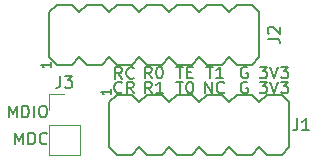
<source format=gto>
G04 #@! TF.GenerationSoftware,KiCad,Pcbnew,7.0.1*
G04 #@! TF.CreationDate,2023-11-13T07:35:08+09:00*
G04 #@! TF.ProjectId,Pmod_Adapter_Ethernet,506d6f64-5f41-4646-9170-7465725f4574,rev?*
G04 #@! TF.SameCoordinates,Original*
G04 #@! TF.FileFunction,Legend,Top*
G04 #@! TF.FilePolarity,Positive*
%FSLAX46Y46*%
G04 Gerber Fmt 4.6, Leading zero omitted, Abs format (unit mm)*
G04 Created by KiCad (PCBNEW 7.0.1) date 2023-11-13 07:35:08*
%MOMM*%
%LPD*%
G01*
G04 APERTURE LIST*
%ADD10C,0.200000*%
%ADD11C,0.150000*%
%ADD12C,0.120000*%
G04 APERTURE END LIST*
D10*
X11461905Y2392380D02*
X12080952Y2392380D01*
X12080952Y2392380D02*
X11747619Y2011428D01*
X11747619Y2011428D02*
X11890476Y2011428D01*
X11890476Y2011428D02*
X11985714Y1963809D01*
X11985714Y1963809D02*
X12033333Y1916190D01*
X12033333Y1916190D02*
X12080952Y1820952D01*
X12080952Y1820952D02*
X12080952Y1582857D01*
X12080952Y1582857D02*
X12033333Y1487619D01*
X12033333Y1487619D02*
X11985714Y1440000D01*
X11985714Y1440000D02*
X11890476Y1392380D01*
X11890476Y1392380D02*
X11604762Y1392380D01*
X11604762Y1392380D02*
X11509524Y1440000D01*
X11509524Y1440000D02*
X11461905Y1487619D01*
X12366667Y2392380D02*
X12700000Y1392380D01*
X12700000Y1392380D02*
X13033333Y2392380D01*
X13271429Y2392380D02*
X13890476Y2392380D01*
X13890476Y2392380D02*
X13557143Y2011428D01*
X13557143Y2011428D02*
X13700000Y2011428D01*
X13700000Y2011428D02*
X13795238Y1963809D01*
X13795238Y1963809D02*
X13842857Y1916190D01*
X13842857Y1916190D02*
X13890476Y1820952D01*
X13890476Y1820952D02*
X13890476Y1582857D01*
X13890476Y1582857D02*
X13842857Y1487619D01*
X13842857Y1487619D02*
X13795238Y1440000D01*
X13795238Y1440000D02*
X13700000Y1392380D01*
X13700000Y1392380D02*
X13414286Y1392380D01*
X13414286Y1392380D02*
X13319048Y1440000D01*
X13319048Y1440000D02*
X13271429Y1487619D01*
X11461905Y3662380D02*
X12080952Y3662380D01*
X12080952Y3662380D02*
X11747619Y3281428D01*
X11747619Y3281428D02*
X11890476Y3281428D01*
X11890476Y3281428D02*
X11985714Y3233809D01*
X11985714Y3233809D02*
X12033333Y3186190D01*
X12033333Y3186190D02*
X12080952Y3090952D01*
X12080952Y3090952D02*
X12080952Y2852857D01*
X12080952Y2852857D02*
X12033333Y2757619D01*
X12033333Y2757619D02*
X11985714Y2710000D01*
X11985714Y2710000D02*
X11890476Y2662380D01*
X11890476Y2662380D02*
X11604762Y2662380D01*
X11604762Y2662380D02*
X11509524Y2710000D01*
X11509524Y2710000D02*
X11461905Y2757619D01*
X12366667Y3662380D02*
X12700000Y2662380D01*
X12700000Y2662380D02*
X13033333Y3662380D01*
X13271429Y3662380D02*
X13890476Y3662380D01*
X13890476Y3662380D02*
X13557143Y3281428D01*
X13557143Y3281428D02*
X13700000Y3281428D01*
X13700000Y3281428D02*
X13795238Y3233809D01*
X13795238Y3233809D02*
X13842857Y3186190D01*
X13842857Y3186190D02*
X13890476Y3090952D01*
X13890476Y3090952D02*
X13890476Y2852857D01*
X13890476Y2852857D02*
X13842857Y2757619D01*
X13842857Y2757619D02*
X13795238Y2710000D01*
X13795238Y2710000D02*
X13700000Y2662380D01*
X13700000Y2662380D02*
X13414286Y2662380D01*
X13414286Y2662380D02*
X13319048Y2710000D01*
X13319048Y2710000D02*
X13271429Y2757619D01*
X10421904Y2344761D02*
X10326666Y2392380D01*
X10326666Y2392380D02*
X10183809Y2392380D01*
X10183809Y2392380D02*
X10040952Y2344761D01*
X10040952Y2344761D02*
X9945714Y2249523D01*
X9945714Y2249523D02*
X9898095Y2154285D01*
X9898095Y2154285D02*
X9850476Y1963809D01*
X9850476Y1963809D02*
X9850476Y1820952D01*
X9850476Y1820952D02*
X9898095Y1630476D01*
X9898095Y1630476D02*
X9945714Y1535238D01*
X9945714Y1535238D02*
X10040952Y1440000D01*
X10040952Y1440000D02*
X10183809Y1392380D01*
X10183809Y1392380D02*
X10279047Y1392380D01*
X10279047Y1392380D02*
X10421904Y1440000D01*
X10421904Y1440000D02*
X10469523Y1487619D01*
X10469523Y1487619D02*
X10469523Y1820952D01*
X10469523Y1820952D02*
X10279047Y1820952D01*
X10421904Y3614761D02*
X10326666Y3662380D01*
X10326666Y3662380D02*
X10183809Y3662380D01*
X10183809Y3662380D02*
X10040952Y3614761D01*
X10040952Y3614761D02*
X9945714Y3519523D01*
X9945714Y3519523D02*
X9898095Y3424285D01*
X9898095Y3424285D02*
X9850476Y3233809D01*
X9850476Y3233809D02*
X9850476Y3090952D01*
X9850476Y3090952D02*
X9898095Y2900476D01*
X9898095Y2900476D02*
X9945714Y2805238D01*
X9945714Y2805238D02*
X10040952Y2710000D01*
X10040952Y2710000D02*
X10183809Y2662380D01*
X10183809Y2662380D02*
X10279047Y2662380D01*
X10279047Y2662380D02*
X10421904Y2710000D01*
X10421904Y2710000D02*
X10469523Y2757619D01*
X10469523Y2757619D02*
X10469523Y3090952D01*
X10469523Y3090952D02*
X10279047Y3090952D01*
X6842095Y1392380D02*
X6842095Y2392380D01*
X6842095Y2392380D02*
X7413523Y1392380D01*
X7413523Y1392380D02*
X7413523Y2392380D01*
X8461142Y1487619D02*
X8413523Y1440000D01*
X8413523Y1440000D02*
X8270666Y1392380D01*
X8270666Y1392380D02*
X8175428Y1392380D01*
X8175428Y1392380D02*
X8032571Y1440000D01*
X8032571Y1440000D02*
X7937333Y1535238D01*
X7937333Y1535238D02*
X7889714Y1630476D01*
X7889714Y1630476D02*
X7842095Y1820952D01*
X7842095Y1820952D02*
X7842095Y1963809D01*
X7842095Y1963809D02*
X7889714Y2154285D01*
X7889714Y2154285D02*
X7937333Y2249523D01*
X7937333Y2249523D02*
X8032571Y2344761D01*
X8032571Y2344761D02*
X8175428Y2392380D01*
X8175428Y2392380D02*
X8270666Y2392380D01*
X8270666Y2392380D02*
X8413523Y2344761D01*
X8413523Y2344761D02*
X8461142Y2297142D01*
X-9254761Y-2925619D02*
X-9254761Y-1925619D01*
X-9254761Y-1925619D02*
X-8921428Y-2639904D01*
X-8921428Y-2639904D02*
X-8588095Y-1925619D01*
X-8588095Y-1925619D02*
X-8588095Y-2925619D01*
X-8111904Y-2925619D02*
X-8111904Y-1925619D01*
X-8111904Y-1925619D02*
X-7873809Y-1925619D01*
X-7873809Y-1925619D02*
X-7730952Y-1973238D01*
X-7730952Y-1973238D02*
X-7635714Y-2068476D01*
X-7635714Y-2068476D02*
X-7588095Y-2163714D01*
X-7588095Y-2163714D02*
X-7540476Y-2354190D01*
X-7540476Y-2354190D02*
X-7540476Y-2497047D01*
X-7540476Y-2497047D02*
X-7588095Y-2687523D01*
X-7588095Y-2687523D02*
X-7635714Y-2782761D01*
X-7635714Y-2782761D02*
X-7730952Y-2878000D01*
X-7730952Y-2878000D02*
X-7873809Y-2925619D01*
X-7873809Y-2925619D02*
X-8111904Y-2925619D01*
X-6540476Y-2830380D02*
X-6588095Y-2878000D01*
X-6588095Y-2878000D02*
X-6730952Y-2925619D01*
X-6730952Y-2925619D02*
X-6826190Y-2925619D01*
X-6826190Y-2925619D02*
X-6969047Y-2878000D01*
X-6969047Y-2878000D02*
X-7064285Y-2782761D01*
X-7064285Y-2782761D02*
X-7111904Y-2687523D01*
X-7111904Y-2687523D02*
X-7159523Y-2497047D01*
X-7159523Y-2497047D02*
X-7159523Y-2354190D01*
X-7159523Y-2354190D02*
X-7111904Y-2163714D01*
X-7111904Y-2163714D02*
X-7064285Y-2068476D01*
X-7064285Y-2068476D02*
X-6969047Y-1973238D01*
X-6969047Y-1973238D02*
X-6826190Y-1925619D01*
X-6826190Y-1925619D02*
X-6730952Y-1925619D01*
X-6730952Y-1925619D02*
X-6588095Y-1973238D01*
X-6588095Y-1973238D02*
X-6540476Y-2020857D01*
X-9778570Y-639619D02*
X-9778570Y360380D01*
X-9778570Y360380D02*
X-9445237Y-353904D01*
X-9445237Y-353904D02*
X-9111904Y360380D01*
X-9111904Y360380D02*
X-9111904Y-639619D01*
X-8635713Y-639619D02*
X-8635713Y360380D01*
X-8635713Y360380D02*
X-8397618Y360380D01*
X-8397618Y360380D02*
X-8254761Y312761D01*
X-8254761Y312761D02*
X-8159523Y217523D01*
X-8159523Y217523D02*
X-8111904Y122285D01*
X-8111904Y122285D02*
X-8064285Y-68190D01*
X-8064285Y-68190D02*
X-8064285Y-211047D01*
X-8064285Y-211047D02*
X-8111904Y-401523D01*
X-8111904Y-401523D02*
X-8159523Y-496761D01*
X-8159523Y-496761D02*
X-8254761Y-592000D01*
X-8254761Y-592000D02*
X-8397618Y-639619D01*
X-8397618Y-639619D02*
X-8635713Y-639619D01*
X-7635713Y-639619D02*
X-7635713Y360380D01*
X-6969047Y360380D02*
X-6778571Y360380D01*
X-6778571Y360380D02*
X-6683333Y312761D01*
X-6683333Y312761D02*
X-6588095Y217523D01*
X-6588095Y217523D02*
X-6540476Y27047D01*
X-6540476Y27047D02*
X-6540476Y-306285D01*
X-6540476Y-306285D02*
X-6588095Y-496761D01*
X-6588095Y-496761D02*
X-6683333Y-592000D01*
X-6683333Y-592000D02*
X-6778571Y-639619D01*
X-6778571Y-639619D02*
X-6969047Y-639619D01*
X-6969047Y-639619D02*
X-7064285Y-592000D01*
X-7064285Y-592000D02*
X-7159523Y-496761D01*
X-7159523Y-496761D02*
X-7207142Y-306285D01*
X-7207142Y-306285D02*
X-7207142Y27047D01*
X-7207142Y27047D02*
X-7159523Y217523D01*
X-7159523Y217523D02*
X-7064285Y312761D01*
X-7064285Y312761D02*
X-6969047Y360380D01*
X6953238Y3662380D02*
X7524666Y3662380D01*
X7238952Y2662380D02*
X7238952Y3662380D01*
X8381809Y2662380D02*
X7810381Y2662380D01*
X8096095Y2662380D02*
X8096095Y3662380D01*
X8096095Y3662380D02*
X8000857Y3519523D01*
X8000857Y3519523D02*
X7905619Y3424285D01*
X7905619Y3424285D02*
X7810381Y3376666D01*
X4413238Y2392380D02*
X4984666Y2392380D01*
X4698952Y1392380D02*
X4698952Y2392380D01*
X5508476Y2392380D02*
X5603714Y2392380D01*
X5603714Y2392380D02*
X5698952Y2344761D01*
X5698952Y2344761D02*
X5746571Y2297142D01*
X5746571Y2297142D02*
X5794190Y2201904D01*
X5794190Y2201904D02*
X5841809Y2011428D01*
X5841809Y2011428D02*
X5841809Y1773333D01*
X5841809Y1773333D02*
X5794190Y1582857D01*
X5794190Y1582857D02*
X5746571Y1487619D01*
X5746571Y1487619D02*
X5698952Y1440000D01*
X5698952Y1440000D02*
X5603714Y1392380D01*
X5603714Y1392380D02*
X5508476Y1392380D01*
X5508476Y1392380D02*
X5413238Y1440000D01*
X5413238Y1440000D02*
X5365619Y1487619D01*
X5365619Y1487619D02*
X5318000Y1582857D01*
X5318000Y1582857D02*
X5270381Y1773333D01*
X5270381Y1773333D02*
X5270381Y2011428D01*
X5270381Y2011428D02*
X5318000Y2201904D01*
X5318000Y2201904D02*
X5365619Y2297142D01*
X5365619Y2297142D02*
X5413238Y2344761D01*
X5413238Y2344761D02*
X5508476Y2392380D01*
X4413238Y3662380D02*
X4984666Y3662380D01*
X4698952Y2662380D02*
X4698952Y3662380D01*
X5318000Y3186190D02*
X5651333Y3186190D01*
X5794190Y2662380D02*
X5318000Y2662380D01*
X5318000Y2662380D02*
X5318000Y3662380D01*
X5318000Y3662380D02*
X5794190Y3662380D01*
X2333523Y1392380D02*
X2000190Y1868571D01*
X1762095Y1392380D02*
X1762095Y2392380D01*
X1762095Y2392380D02*
X2143047Y2392380D01*
X2143047Y2392380D02*
X2238285Y2344761D01*
X2238285Y2344761D02*
X2285904Y2297142D01*
X2285904Y2297142D02*
X2333523Y2201904D01*
X2333523Y2201904D02*
X2333523Y2059047D01*
X2333523Y2059047D02*
X2285904Y1963809D01*
X2285904Y1963809D02*
X2238285Y1916190D01*
X2238285Y1916190D02*
X2143047Y1868571D01*
X2143047Y1868571D02*
X1762095Y1868571D01*
X3285904Y1392380D02*
X2714476Y1392380D01*
X3000190Y1392380D02*
X3000190Y2392380D01*
X3000190Y2392380D02*
X2904952Y2249523D01*
X2904952Y2249523D02*
X2809714Y2154285D01*
X2809714Y2154285D02*
X2714476Y2106666D01*
X2333523Y2662380D02*
X2000190Y3138571D01*
X1762095Y2662380D02*
X1762095Y3662380D01*
X1762095Y3662380D02*
X2143047Y3662380D01*
X2143047Y3662380D02*
X2238285Y3614761D01*
X2238285Y3614761D02*
X2285904Y3567142D01*
X2285904Y3567142D02*
X2333523Y3471904D01*
X2333523Y3471904D02*
X2333523Y3329047D01*
X2333523Y3329047D02*
X2285904Y3233809D01*
X2285904Y3233809D02*
X2238285Y3186190D01*
X2238285Y3186190D02*
X2143047Y3138571D01*
X2143047Y3138571D02*
X1762095Y3138571D01*
X2952571Y3662380D02*
X3047809Y3662380D01*
X3047809Y3662380D02*
X3143047Y3614761D01*
X3143047Y3614761D02*
X3190666Y3567142D01*
X3190666Y3567142D02*
X3238285Y3471904D01*
X3238285Y3471904D02*
X3285904Y3281428D01*
X3285904Y3281428D02*
X3285904Y3043333D01*
X3285904Y3043333D02*
X3238285Y2852857D01*
X3238285Y2852857D02*
X3190666Y2757619D01*
X3190666Y2757619D02*
X3143047Y2710000D01*
X3143047Y2710000D02*
X3047809Y2662380D01*
X3047809Y2662380D02*
X2952571Y2662380D01*
X2952571Y2662380D02*
X2857333Y2710000D01*
X2857333Y2710000D02*
X2809714Y2757619D01*
X2809714Y2757619D02*
X2762095Y2852857D01*
X2762095Y2852857D02*
X2714476Y3043333D01*
X2714476Y3043333D02*
X2714476Y3281428D01*
X2714476Y3281428D02*
X2762095Y3471904D01*
X2762095Y3471904D02*
X2809714Y3567142D01*
X2809714Y3567142D02*
X2857333Y3614761D01*
X2857333Y3614761D02*
X2952571Y3662380D01*
X-206476Y1487619D02*
X-254095Y1440000D01*
X-254095Y1440000D02*
X-396952Y1392380D01*
X-396952Y1392380D02*
X-492190Y1392380D01*
X-492190Y1392380D02*
X-635047Y1440000D01*
X-635047Y1440000D02*
X-730285Y1535238D01*
X-730285Y1535238D02*
X-777904Y1630476D01*
X-777904Y1630476D02*
X-825523Y1820952D01*
X-825523Y1820952D02*
X-825523Y1963809D01*
X-825523Y1963809D02*
X-777904Y2154285D01*
X-777904Y2154285D02*
X-730285Y2249523D01*
X-730285Y2249523D02*
X-635047Y2344761D01*
X-635047Y2344761D02*
X-492190Y2392380D01*
X-492190Y2392380D02*
X-396952Y2392380D01*
X-396952Y2392380D02*
X-254095Y2344761D01*
X-254095Y2344761D02*
X-206476Y2297142D01*
X793523Y1392380D02*
X460190Y1868571D01*
X222095Y1392380D02*
X222095Y2392380D01*
X222095Y2392380D02*
X603047Y2392380D01*
X603047Y2392380D02*
X698285Y2344761D01*
X698285Y2344761D02*
X745904Y2297142D01*
X745904Y2297142D02*
X793523Y2201904D01*
X793523Y2201904D02*
X793523Y2059047D01*
X793523Y2059047D02*
X745904Y1963809D01*
X745904Y1963809D02*
X698285Y1916190D01*
X698285Y1916190D02*
X603047Y1868571D01*
X603047Y1868571D02*
X222095Y1868571D01*
X-190476Y2622380D02*
X-523809Y3098571D01*
X-761904Y2622380D02*
X-761904Y3622380D01*
X-761904Y3622380D02*
X-380952Y3622380D01*
X-380952Y3622380D02*
X-285714Y3574761D01*
X-285714Y3574761D02*
X-238095Y3527142D01*
X-238095Y3527142D02*
X-190476Y3431904D01*
X-190476Y3431904D02*
X-190476Y3289047D01*
X-190476Y3289047D02*
X-238095Y3193809D01*
X-238095Y3193809D02*
X-285714Y3146190D01*
X-285714Y3146190D02*
X-380952Y3098571D01*
X-380952Y3098571D02*
X-761904Y3098571D01*
X809523Y2717619D02*
X761904Y2670000D01*
X761904Y2670000D02*
X619047Y2622380D01*
X619047Y2622380D02*
X523809Y2622380D01*
X523809Y2622380D02*
X380952Y2670000D01*
X380952Y2670000D02*
X285714Y2765238D01*
X285714Y2765238D02*
X238095Y2860476D01*
X238095Y2860476D02*
X190476Y3050952D01*
X190476Y3050952D02*
X190476Y3193809D01*
X190476Y3193809D02*
X238095Y3384285D01*
X238095Y3384285D02*
X285714Y3479523D01*
X285714Y3479523D02*
X380952Y3574761D01*
X380952Y3574761D02*
X523809Y3622380D01*
X523809Y3622380D02*
X619047Y3622380D01*
X619047Y3622380D02*
X761904Y3574761D01*
X761904Y3574761D02*
X809523Y3527142D01*
D11*
G04 #@! TO.C,J3*
X-5413333Y2867380D02*
X-5413333Y2153095D01*
X-5413333Y2153095D02*
X-5460952Y2010238D01*
X-5460952Y2010238D02*
X-5556190Y1915000D01*
X-5556190Y1915000D02*
X-5699047Y1867380D01*
X-5699047Y1867380D02*
X-5794285Y1867380D01*
X-5032380Y2867380D02*
X-4413333Y2867380D01*
X-4413333Y2867380D02*
X-4746666Y2486428D01*
X-4746666Y2486428D02*
X-4603809Y2486428D01*
X-4603809Y2486428D02*
X-4508571Y2438809D01*
X-4508571Y2438809D02*
X-4460952Y2391190D01*
X-4460952Y2391190D02*
X-4413333Y2295952D01*
X-4413333Y2295952D02*
X-4413333Y2057857D01*
X-4413333Y2057857D02*
X-4460952Y1962619D01*
X-4460952Y1962619D02*
X-4508571Y1915000D01*
X-4508571Y1915000D02*
X-4603809Y1867380D01*
X-4603809Y1867380D02*
X-4889523Y1867380D01*
X-4889523Y1867380D02*
X-4984761Y1915000D01*
X-4984761Y1915000D02*
X-5032380Y1962619D01*
G04 #@! TO.C,J2*
X12162619Y6016666D02*
X12876904Y6016666D01*
X12876904Y6016666D02*
X13019761Y5969047D01*
X13019761Y5969047D02*
X13115000Y5873809D01*
X13115000Y5873809D02*
X13162619Y5730952D01*
X13162619Y5730952D02*
X13162619Y5635714D01*
X12257857Y6445238D02*
X12210238Y6492857D01*
X12210238Y6492857D02*
X12162619Y6588095D01*
X12162619Y6588095D02*
X12162619Y6826190D01*
X12162619Y6826190D02*
X12210238Y6921428D01*
X12210238Y6921428D02*
X12257857Y6969047D01*
X12257857Y6969047D02*
X12353095Y7016666D01*
X12353095Y7016666D02*
X12448333Y7016666D01*
X12448333Y7016666D02*
X12591190Y6969047D01*
X12591190Y6969047D02*
X13162619Y6397619D01*
X13162619Y6397619D02*
X13162619Y7016666D01*
X-6233904Y4038571D02*
X-6233904Y3581428D01*
X-6233904Y3810000D02*
X-7033904Y3810000D01*
X-7033904Y3810000D02*
X-6919619Y3733809D01*
X-6919619Y3733809D02*
X-6843428Y3657619D01*
X-6843428Y3657619D02*
X-6805333Y3581428D01*
G04 #@! TO.C,J1*
X14652666Y-732619D02*
X14652666Y-1446904D01*
X14652666Y-1446904D02*
X14605047Y-1589761D01*
X14605047Y-1589761D02*
X14509809Y-1685000D01*
X14509809Y-1685000D02*
X14366952Y-1732619D01*
X14366952Y-1732619D02*
X14271714Y-1732619D01*
X15652666Y-1732619D02*
X15081238Y-1732619D01*
X15366952Y-1732619D02*
X15366952Y-732619D01*
X15366952Y-732619D02*
X15271714Y-875476D01*
X15271714Y-875476D02*
X15176476Y-970714D01*
X15176476Y-970714D02*
X15081238Y-1018333D01*
X-1153904Y1752571D02*
X-1153904Y1295428D01*
X-1153904Y1524000D02*
X-1953904Y1524000D01*
X-1953904Y1524000D02*
X-1839619Y1447809D01*
X-1839619Y1447809D02*
X-1763428Y1371619D01*
X-1763428Y1371619D02*
X-1725333Y1295428D01*
D12*
G04 #@! TO.C,J3*
X-6410000Y0D02*
X-6410000Y1330000D01*
X-6410000Y-3870000D02*
X-3750000Y-3870000D01*
X-6410000Y-1270000D02*
X-6410000Y-3870000D01*
X-6410000Y-1270000D02*
X-3750000Y-1270000D01*
X-6410000Y1330000D02*
X-5080000Y1330000D01*
X-3750000Y-1270000D02*
X-3750000Y-3870000D01*
D11*
G04 #@! TO.C,J2*
X-5715000Y3810000D02*
X-6350000Y4445000D01*
X-4445000Y3810000D02*
X-5715000Y3810000D01*
X-3175000Y3810000D02*
X-3810000Y4445000D01*
X-1905000Y3810000D02*
X-3175000Y3810000D01*
X-635000Y3810000D02*
X-1270000Y4445000D01*
X635000Y3810000D02*
X-635000Y3810000D01*
X1905000Y3810000D02*
X1270000Y4445000D01*
X3175000Y3810000D02*
X1905000Y3810000D01*
X4445000Y3810000D02*
X3810000Y4445000D01*
X5715000Y3810000D02*
X4445000Y3810000D01*
X6985000Y3810000D02*
X6350000Y4445000D01*
X8255000Y3810000D02*
X6985000Y3810000D01*
X9525000Y3810000D02*
X8890000Y4445000D01*
X10795000Y3810000D02*
X9525000Y3810000D01*
X-6350000Y4445000D02*
X-6350000Y8255000D01*
X-3810000Y4445000D02*
X-4445000Y3810000D01*
X-1270000Y4445000D02*
X-1905000Y3810000D01*
X1270000Y4445000D02*
X635000Y3810000D01*
X3810000Y4445000D02*
X3175000Y3810000D01*
X6350000Y4445000D02*
X5715000Y3810000D01*
X8890000Y4445000D02*
X8255000Y3810000D01*
X11430000Y4445000D02*
X10795000Y3810000D01*
X-6350000Y8255000D02*
X-5715000Y8890000D01*
X-3810000Y8255000D02*
X-3175000Y8890000D01*
X-1270000Y8255000D02*
X-635000Y8890000D01*
X1270000Y8255000D02*
X1905000Y8890000D01*
X3810000Y8255000D02*
X4445000Y8890000D01*
X6350000Y8255000D02*
X6985000Y8890000D01*
X8890000Y8255000D02*
X9525000Y8890000D01*
X11430000Y8255000D02*
X11430000Y4445000D01*
X-5715000Y8890000D02*
X-4445000Y8890000D01*
X-4445000Y8890000D02*
X-3810000Y8255000D01*
X-3175000Y8890000D02*
X-1905000Y8890000D01*
X-1905000Y8890000D02*
X-1270000Y8255000D01*
X-635000Y8890000D02*
X635000Y8890000D01*
X635000Y8890000D02*
X1270000Y8255000D01*
X1905000Y8890000D02*
X3175000Y8890000D01*
X3175000Y8890000D02*
X3810000Y8255000D01*
X4445000Y8890000D02*
X5715000Y8890000D01*
X5715000Y8890000D02*
X6350000Y8255000D01*
X6985000Y8890000D02*
X8255000Y8890000D01*
X8255000Y8890000D02*
X8890000Y8255000D01*
X9525000Y8890000D02*
X10795000Y8890000D01*
X10795000Y8890000D02*
X11430000Y8255000D01*
G04 #@! TO.C,J1*
X-635000Y-3810000D02*
X-1270000Y-3175000D01*
X635000Y-3810000D02*
X-635000Y-3810000D01*
X1905000Y-3810000D02*
X1270000Y-3175000D01*
X3175000Y-3810000D02*
X1905000Y-3810000D01*
X4445000Y-3810000D02*
X3810000Y-3175000D01*
X5715000Y-3810000D02*
X4445000Y-3810000D01*
X6985000Y-3810000D02*
X6350000Y-3175000D01*
X8255000Y-3810000D02*
X6985000Y-3810000D01*
X9525000Y-3810000D02*
X8890000Y-3175000D01*
X10795000Y-3810000D02*
X9525000Y-3810000D01*
X12065000Y-3810000D02*
X11430000Y-3175000D01*
X13335000Y-3810000D02*
X12065000Y-3810000D01*
X-1270000Y-3175000D02*
X-1270000Y635000D01*
X1270000Y-3175000D02*
X635000Y-3810000D01*
X3810000Y-3175000D02*
X3175000Y-3810000D01*
X6350000Y-3175000D02*
X5715000Y-3810000D01*
X8890000Y-3175000D02*
X8255000Y-3810000D01*
X11430000Y-3175000D02*
X10795000Y-3810000D01*
X13970000Y-3175000D02*
X13335000Y-3810000D01*
X-1270000Y635000D02*
X-635000Y1270000D01*
X1270000Y635000D02*
X1905000Y1270000D01*
X3810000Y635000D02*
X4445000Y1270000D01*
X6350000Y635000D02*
X6985000Y1270000D01*
X8890000Y635000D02*
X9525000Y1270000D01*
X11430000Y635000D02*
X12065000Y1270000D01*
X13970000Y635000D02*
X13970000Y-3175000D01*
X-635000Y1270000D02*
X635000Y1270000D01*
X635000Y1270000D02*
X1270000Y635000D01*
X1905000Y1270000D02*
X3175000Y1270000D01*
X3175000Y1270000D02*
X3810000Y635000D01*
X4445000Y1270000D02*
X5715000Y1270000D01*
X5715000Y1270000D02*
X6350000Y635000D01*
X6985000Y1270000D02*
X8255000Y1270000D01*
X8255000Y1270000D02*
X8890000Y635000D01*
X9525000Y1270000D02*
X10795000Y1270000D01*
X10795000Y1270000D02*
X11430000Y635000D01*
X12065000Y1270000D02*
X13335000Y1270000D01*
X13335000Y1270000D02*
X13970000Y635000D01*
G04 #@! TD*
M02*

</source>
